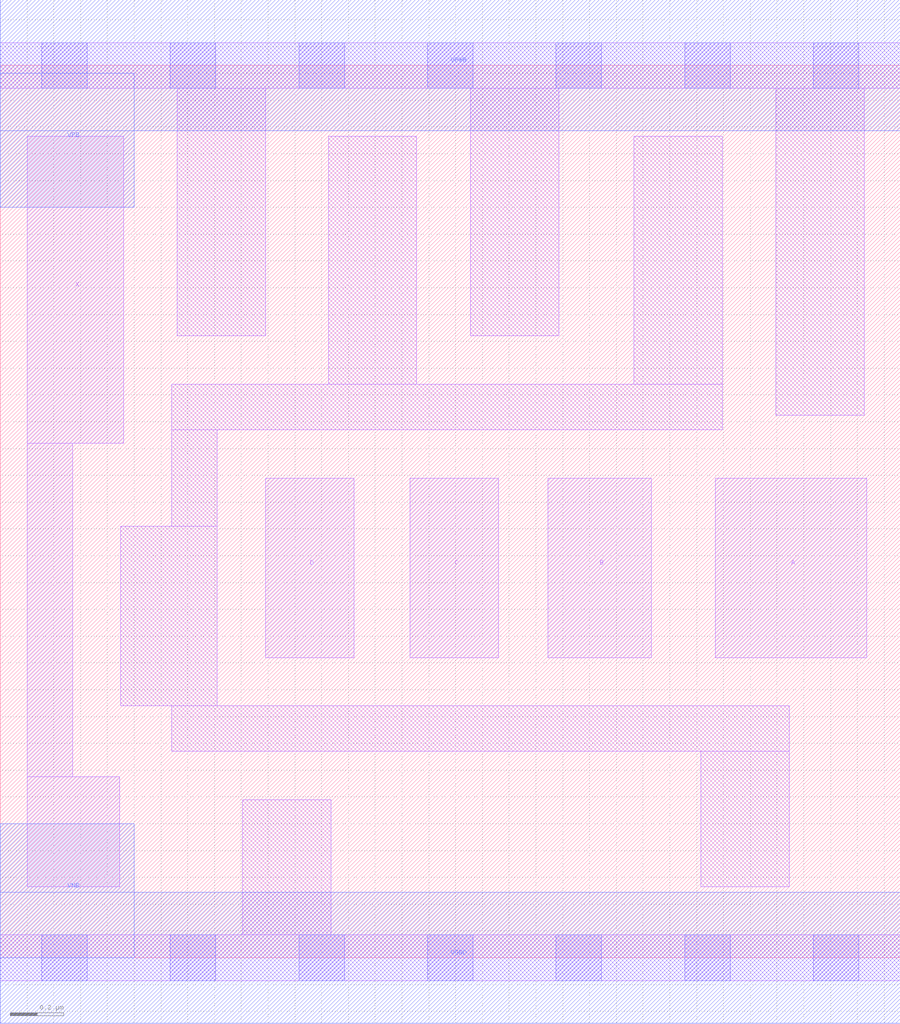
<source format=lef>
# Copyright 2020 The SkyWater PDK Authors
#
# Licensed under the Apache License, Version 2.0 (the "License");
# you may not use this file except in compliance with the License.
# You may obtain a copy of the License at
#
#     https://www.apache.org/licenses/LICENSE-2.0
#
# Unless required by applicable law or agreed to in writing, software
# distributed under the License is distributed on an "AS IS" BASIS,
# WITHOUT WARRANTIES OR CONDITIONS OF ANY KIND, either express or implied.
# See the License for the specific language governing permissions and
# limitations under the License.
#
# SPDX-License-Identifier: Apache-2.0

VERSION 5.5 ;
NAMESCASESENSITIVE ON ;
BUSBITCHARS "[]" ;
DIVIDERCHAR "/" ;
MACRO sky130_fd_sc_lp__and4_lp2
  CLASS CORE ;
  SOURCE USER ;
  ORIGIN  0.000000  0.000000 ;
  SIZE  3.360000 BY  3.330000 ;
  SYMMETRY X Y R90 ;
  SITE unit ;
  PIN A
    ANTENNAGATEAREA  0.313000 ;
    DIRECTION INPUT ;
    USE SIGNAL ;
    PORT
      LAYER li1 ;
        RECT 2.670000 1.120000 3.235000 1.790000 ;
    END
  END A
  PIN B
    ANTENNAGATEAREA  0.313000 ;
    DIRECTION INPUT ;
    USE SIGNAL ;
    PORT
      LAYER li1 ;
        RECT 2.045000 1.120000 2.430000 1.790000 ;
    END
  END B
  PIN C
    ANTENNAGATEAREA  0.313000 ;
    DIRECTION INPUT ;
    USE SIGNAL ;
    PORT
      LAYER li1 ;
        RECT 1.530000 1.120000 1.860000 1.790000 ;
    END
  END C
  PIN D
    ANTENNAGATEAREA  0.313000 ;
    DIRECTION INPUT ;
    USE SIGNAL ;
    PORT
      LAYER li1 ;
        RECT 0.990000 1.120000 1.320000 1.790000 ;
    END
  END D
  PIN X
    ANTENNADIFFAREA  0.404700 ;
    DIRECTION OUTPUT ;
    USE SIGNAL ;
    PORT
      LAYER li1 ;
        RECT 0.100000 0.265000 0.445000 0.675000 ;
        RECT 0.100000 0.675000 0.270000 1.920000 ;
        RECT 0.100000 1.920000 0.460000 3.065000 ;
    END
  END X
  PIN VGND
    DIRECTION INOUT ;
    USE GROUND ;
    PORT
      LAYER met1 ;
        RECT 0.000000 -0.245000 3.360000 0.245000 ;
    END
  END VGND
  PIN VNB
    DIRECTION INOUT ;
    USE GROUND ;
    PORT
      LAYER met1 ;
        RECT 0.000000 0.000000 0.500000 0.500000 ;
    END
  END VNB
  PIN VPB
    DIRECTION INOUT ;
    USE POWER ;
    PORT
      LAYER met1 ;
        RECT 0.000000 2.800000 0.500000 3.300000 ;
    END
  END VPB
  PIN VPWR
    DIRECTION INOUT ;
    USE POWER ;
    PORT
      LAYER met1 ;
        RECT 0.000000 3.085000 3.360000 3.575000 ;
    END
  END VPWR
  OBS
    LAYER li1 ;
      RECT 0.000000 -0.085000 3.360000 0.085000 ;
      RECT 0.000000  3.245000 3.360000 3.415000 ;
      RECT 0.450000  0.940000 0.810000 1.610000 ;
      RECT 0.640000  0.770000 2.945000 0.940000 ;
      RECT 0.640000  1.610000 0.810000 1.970000 ;
      RECT 0.640000  1.970000 2.695000 2.140000 ;
      RECT 0.660000  2.320000 0.990000 3.245000 ;
      RECT 0.905000  0.085000 1.235000 0.590000 ;
      RECT 1.225000  2.140000 1.555000 3.065000 ;
      RECT 1.755000  2.320000 2.085000 3.245000 ;
      RECT 2.365000  2.140000 2.695000 3.065000 ;
      RECT 2.615000  0.265000 2.945000 0.770000 ;
      RECT 2.895000  2.025000 3.225000 3.245000 ;
    LAYER mcon ;
      RECT 0.155000 -0.085000 0.325000 0.085000 ;
      RECT 0.155000  3.245000 0.325000 3.415000 ;
      RECT 0.635000 -0.085000 0.805000 0.085000 ;
      RECT 0.635000  3.245000 0.805000 3.415000 ;
      RECT 1.115000 -0.085000 1.285000 0.085000 ;
      RECT 1.115000  3.245000 1.285000 3.415000 ;
      RECT 1.595000 -0.085000 1.765000 0.085000 ;
      RECT 1.595000  3.245000 1.765000 3.415000 ;
      RECT 2.075000 -0.085000 2.245000 0.085000 ;
      RECT 2.075000  3.245000 2.245000 3.415000 ;
      RECT 2.555000 -0.085000 2.725000 0.085000 ;
      RECT 2.555000  3.245000 2.725000 3.415000 ;
      RECT 3.035000 -0.085000 3.205000 0.085000 ;
      RECT 3.035000  3.245000 3.205000 3.415000 ;
  END
END sky130_fd_sc_lp__and4_lp2
END LIBRARY

</source>
